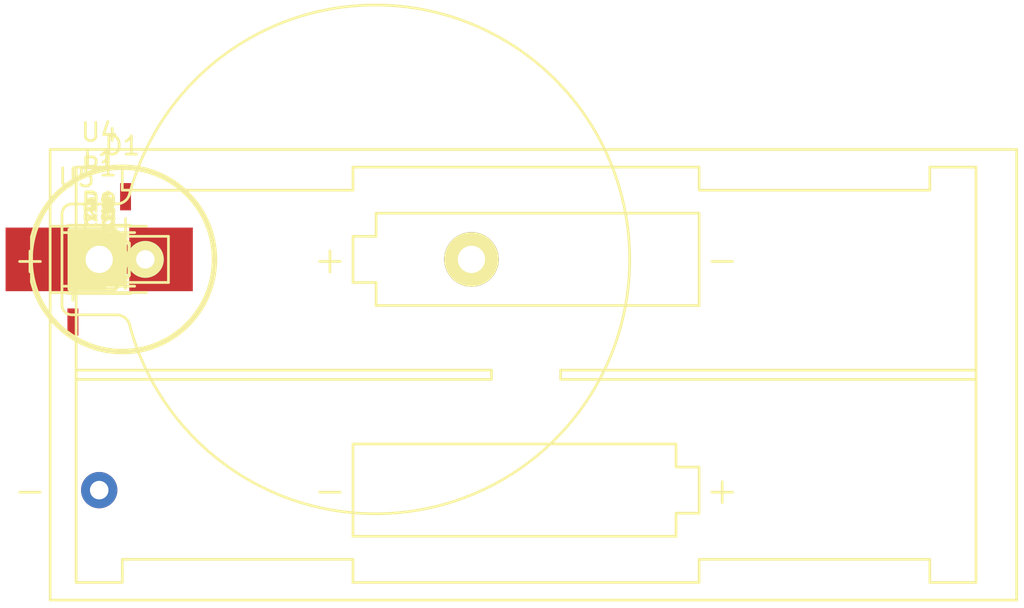
<source format=kicad_pcb>
(kicad_pcb (version 4) (host pcbnew 4.0.4-stable)

  (general
    (links 21)
    (no_connects 8)
    (area 0 0 0 0)
    (thickness 1.6)
    (drawings 0)
    (tracks 0)
    (zones 0)
    (modules 17)
    (nets 14)
  )

  (page A4)
  (layers
    (0 F.Cu signal)
    (31 B.Cu signal)
    (32 B.Adhes user)
    (33 F.Adhes user)
    (34 B.Paste user)
    (35 F.Paste user)
    (36 B.SilkS user)
    (37 F.SilkS user)
    (38 B.Mask user)
    (39 F.Mask user)
    (40 Dwgs.User user)
    (41 Cmts.User user)
    (42 Eco1.User user)
    (43 Eco2.User user)
    (44 Edge.Cuts user)
    (45 Margin user)
    (46 B.CrtYd user)
    (47 F.CrtYd user)
    (48 B.Fab user)
    (49 F.Fab user)
  )

  (setup
    (last_trace_width 0.25)
    (trace_clearance 0.2)
    (zone_clearance 0.508)
    (zone_45_only no)
    (trace_min 0.2)
    (segment_width 0.2)
    (edge_width 0.15)
    (via_size 0.6)
    (via_drill 0.4)
    (via_min_size 0.4)
    (via_min_drill 0.3)
    (uvia_size 0.3)
    (uvia_drill 0.1)
    (uvias_allowed no)
    (uvia_min_size 0.2)
    (uvia_min_drill 0.1)
    (pcb_text_width 0.3)
    (pcb_text_size 1.5 1.5)
    (mod_edge_width 0.15)
    (mod_text_size 1 1)
    (mod_text_width 0.15)
    (pad_size 1.524 1.524)
    (pad_drill 0.762)
    (pad_to_mask_clearance 0.2)
    (aux_axis_origin 0 0)
    (visible_elements FFFFFF7F)
    (pcbplotparams
      (layerselection 0x00030_80000001)
      (usegerberextensions false)
      (excludeedgelayer true)
      (linewidth 0.100000)
      (plotframeref false)
      (viasonmask false)
      (mode 1)
      (useauxorigin false)
      (hpglpennumber 1)
      (hpglpenspeed 20)
      (hpglpendiameter 15)
      (hpglpenoverlay 2)
      (psnegative false)
      (psa4output false)
      (plotreference true)
      (plotvalue true)
      (plotinvisibletext false)
      (padsonsilk false)
      (subtractmaskfromsilk false)
      (outputformat 1)
      (mirror false)
      (drillshape 1)
      (scaleselection 1)
      (outputdirectory ""))
  )

  (net 0 "")
  (net 1 +5V)
  (net 2 GND)
  (net 3 VCC)
  (net 4 +3V3)
  (net 5 "Net-(C9-Pad2)")
  (net 6 "Net-(D1-Pad1)")
  (net 7 "Net-(P1-Pad1)")
  (net 8 "Net-(R2-Pad2)")
  (net 9 /KTIR)
  (net 10 "Net-(U4-Pad1)")
  (net 11 "Net-(U4-Pad2)")
  (net 12 "Net-(U5-Pad2)")
  (net 13 "Net-(U5-Pad1)")

  (net_class Default "To jest domyślna klasa połączeń."
    (clearance 0.2)
    (trace_width 0.25)
    (via_dia 0.6)
    (via_drill 0.4)
    (uvia_dia 0.3)
    (uvia_drill 0.1)
    (add_net +3V3)
    (add_net +5V)
    (add_net /KTIR)
    (add_net GND)
    (add_net "Net-(C9-Pad2)")
    (add_net "Net-(D1-Pad1)")
    (add_net "Net-(P1-Pad1)")
    (add_net "Net-(R2-Pad2)")
    (add_net "Net-(U4-Pad1)")
    (add_net "Net-(U4-Pad2)")
    (add_net "Net-(U5-Pad1)")
    (add_net "Net-(U5-Pad2)")
    (add_net VCC)
  )

  (module Capacitors_SMD:c_elec_3x5.3 (layer F.Cu) (tedit 556FDD5F) (tstamp 58124731)
    (at 148.5011 105.0036)
    (descr "SMT capacitor, aluminium electrolytic, 3x5.3")
    (path /581255B6)
    (attr smd)
    (fp_text reference C1 (at 0 -2.794) (layer F.SilkS)
      (effects (font (size 1 1) (thickness 0.15)))
    )
    (fp_text value 100uF (at 0 2.794) (layer F.Fab)
      (effects (font (size 1 1) (thickness 0.15)))
    )
    (fp_line (start -2.8 2.05) (end 2.8 2.05) (layer F.CrtYd) (width 0.05))
    (fp_line (start 2.8 2.05) (end 2.8 -2.05) (layer F.CrtYd) (width 0.05))
    (fp_line (start 2.8 -2.05) (end -2.8 -2.05) (layer F.CrtYd) (width 0.05))
    (fp_line (start -2.8 -2.05) (end -2.8 2.05) (layer F.CrtYd) (width 0.05))
    (fp_line (start -1.651 -1.651) (end -1.651 1.651) (layer F.SilkS) (width 0.15))
    (fp_line (start -1.651 1.651) (end 0.889 1.651) (layer F.SilkS) (width 0.15))
    (fp_line (start 0.889 1.651) (end 1.651 0.889) (layer F.SilkS) (width 0.15))
    (fp_line (start 1.651 0.889) (end 1.651 -0.889) (layer F.SilkS) (width 0.15))
    (fp_line (start 1.651 -0.889) (end 0.889 -1.651) (layer F.SilkS) (width 0.15))
    (fp_line (start 0.889 -1.651) (end -1.651 -1.651) (layer F.SilkS) (width 0.15))
    (fp_line (start -1.397 -0.508) (end -1.397 0.508) (layer F.SilkS) (width 0.15))
    (fp_line (start -1.27 -0.762) (end -1.27 0.762) (layer F.SilkS) (width 0.15))
    (fp_line (start -1.143 -1.016) (end -1.143 1.016) (layer F.SilkS) (width 0.15))
    (fp_line (start -1.016 -1.143) (end -1.016 1.143) (layer F.SilkS) (width 0.15))
    (fp_line (start 1.143 0) (end 0.381 0) (layer F.SilkS) (width 0.15))
    (fp_line (start 0.762 -0.381) (end 0.762 0.381) (layer F.SilkS) (width 0.15))
    (fp_circle (center 0 0) (end 1.524 0) (layer F.SilkS) (width 0.15))
    (pad 1 smd rect (at 1.50114 0) (size 2.19964 1.6002) (layers F.Cu F.Paste F.Mask)
      (net 1 +5V))
    (pad 2 smd rect (at -1.50114 0) (size 2.19964 1.6002) (layers F.Cu F.Paste F.Mask)
      (net 2 GND))
    (model Capacitors_SMD.3dshapes/c_elec_3x5.3.wrl
      (at (xyz 0 0 0))
      (scale (xyz 1 1 1))
      (rotate (xyz 0 0 0))
    )
  )

  (module Capacitors_SMD:c_elec_3x5.3 (layer F.Cu) (tedit 556FDD5F) (tstamp 58124737)
    (at 148.5011 105.0036)
    (descr "SMT capacitor, aluminium electrolytic, 3x5.3")
    (path /58124855)
    (attr smd)
    (fp_text reference C2 (at 0 -2.794) (layer F.SilkS)
      (effects (font (size 1 1) (thickness 0.15)))
    )
    (fp_text value CP (at 0 2.794) (layer F.Fab)
      (effects (font (size 1 1) (thickness 0.15)))
    )
    (fp_line (start -2.8 2.05) (end 2.8 2.05) (layer F.CrtYd) (width 0.05))
    (fp_line (start 2.8 2.05) (end 2.8 -2.05) (layer F.CrtYd) (width 0.05))
    (fp_line (start 2.8 -2.05) (end -2.8 -2.05) (layer F.CrtYd) (width 0.05))
    (fp_line (start -2.8 -2.05) (end -2.8 2.05) (layer F.CrtYd) (width 0.05))
    (fp_line (start -1.651 -1.651) (end -1.651 1.651) (layer F.SilkS) (width 0.15))
    (fp_line (start -1.651 1.651) (end 0.889 1.651) (layer F.SilkS) (width 0.15))
    (fp_line (start 0.889 1.651) (end 1.651 0.889) (layer F.SilkS) (width 0.15))
    (fp_line (start 1.651 0.889) (end 1.651 -0.889) (layer F.SilkS) (width 0.15))
    (fp_line (start 1.651 -0.889) (end 0.889 -1.651) (layer F.SilkS) (width 0.15))
    (fp_line (start 0.889 -1.651) (end -1.651 -1.651) (layer F.SilkS) (width 0.15))
    (fp_line (start -1.397 -0.508) (end -1.397 0.508) (layer F.SilkS) (width 0.15))
    (fp_line (start -1.27 -0.762) (end -1.27 0.762) (layer F.SilkS) (width 0.15))
    (fp_line (start -1.143 -1.016) (end -1.143 1.016) (layer F.SilkS) (width 0.15))
    (fp_line (start -1.016 -1.143) (end -1.016 1.143) (layer F.SilkS) (width 0.15))
    (fp_line (start 1.143 0) (end 0.381 0) (layer F.SilkS) (width 0.15))
    (fp_line (start 0.762 -0.381) (end 0.762 0.381) (layer F.SilkS) (width 0.15))
    (fp_circle (center 0 0) (end 1.524 0) (layer F.SilkS) (width 0.15))
    (pad 1 smd rect (at 1.50114 0) (size 2.19964 1.6002) (layers F.Cu F.Paste F.Mask)
      (net 3 VCC))
    (pad 2 smd rect (at -1.50114 0) (size 2.19964 1.6002) (layers F.Cu F.Paste F.Mask)
      (net 2 GND))
    (model Capacitors_SMD.3dshapes/c_elec_3x5.3.wrl
      (at (xyz 0 0 0))
      (scale (xyz 1 1 1))
      (rotate (xyz 0 0 0))
    )
  )

  (module Capacitors_SMD:c_elec_3x5.3 (layer F.Cu) (tedit 556FDD5F) (tstamp 5812473D)
    (at 148.5011 105.0036)
    (descr "SMT capacitor, aluminium electrolytic, 3x5.3")
    (path /581255BC)
    (attr smd)
    (fp_text reference C3 (at 0 -2.794) (layer F.SilkS)
      (effects (font (size 1 1) (thickness 0.15)))
    )
    (fp_text value 100uF (at 0 2.794) (layer F.Fab)
      (effects (font (size 1 1) (thickness 0.15)))
    )
    (fp_line (start -2.8 2.05) (end 2.8 2.05) (layer F.CrtYd) (width 0.05))
    (fp_line (start 2.8 2.05) (end 2.8 -2.05) (layer F.CrtYd) (width 0.05))
    (fp_line (start 2.8 -2.05) (end -2.8 -2.05) (layer F.CrtYd) (width 0.05))
    (fp_line (start -2.8 -2.05) (end -2.8 2.05) (layer F.CrtYd) (width 0.05))
    (fp_line (start -1.651 -1.651) (end -1.651 1.651) (layer F.SilkS) (width 0.15))
    (fp_line (start -1.651 1.651) (end 0.889 1.651) (layer F.SilkS) (width 0.15))
    (fp_line (start 0.889 1.651) (end 1.651 0.889) (layer F.SilkS) (width 0.15))
    (fp_line (start 1.651 0.889) (end 1.651 -0.889) (layer F.SilkS) (width 0.15))
    (fp_line (start 1.651 -0.889) (end 0.889 -1.651) (layer F.SilkS) (width 0.15))
    (fp_line (start 0.889 -1.651) (end -1.651 -1.651) (layer F.SilkS) (width 0.15))
    (fp_line (start -1.397 -0.508) (end -1.397 0.508) (layer F.SilkS) (width 0.15))
    (fp_line (start -1.27 -0.762) (end -1.27 0.762) (layer F.SilkS) (width 0.15))
    (fp_line (start -1.143 -1.016) (end -1.143 1.016) (layer F.SilkS) (width 0.15))
    (fp_line (start -1.016 -1.143) (end -1.016 1.143) (layer F.SilkS) (width 0.15))
    (fp_line (start 1.143 0) (end 0.381 0) (layer F.SilkS) (width 0.15))
    (fp_line (start 0.762 -0.381) (end 0.762 0.381) (layer F.SilkS) (width 0.15))
    (fp_circle (center 0 0) (end 1.524 0) (layer F.SilkS) (width 0.15))
    (pad 1 smd rect (at 1.50114 0) (size 2.19964 1.6002) (layers F.Cu F.Paste F.Mask)
      (net 4 +3V3))
    (pad 2 smd rect (at -1.50114 0) (size 2.19964 1.6002) (layers F.Cu F.Paste F.Mask)
      (net 2 GND))
    (model Capacitors_SMD.3dshapes/c_elec_3x5.3.wrl
      (at (xyz 0 0 0))
      (scale (xyz 1 1 1))
      (rotate (xyz 0 0 0))
    )
  )

  (module Capacitors_SMD:c_elec_3x5.3 (layer F.Cu) (tedit 556FDD5F) (tstamp 58124743)
    (at 148.5011 105.0036)
    (descr "SMT capacitor, aluminium electrolytic, 3x5.3")
    (path /581248AA)
    (attr smd)
    (fp_text reference C4 (at 0 -2.794) (layer F.SilkS)
      (effects (font (size 1 1) (thickness 0.15)))
    )
    (fp_text value CP (at 0 2.794) (layer F.Fab)
      (effects (font (size 1 1) (thickness 0.15)))
    )
    (fp_line (start -2.8 2.05) (end 2.8 2.05) (layer F.CrtYd) (width 0.05))
    (fp_line (start 2.8 2.05) (end 2.8 -2.05) (layer F.CrtYd) (width 0.05))
    (fp_line (start 2.8 -2.05) (end -2.8 -2.05) (layer F.CrtYd) (width 0.05))
    (fp_line (start -2.8 -2.05) (end -2.8 2.05) (layer F.CrtYd) (width 0.05))
    (fp_line (start -1.651 -1.651) (end -1.651 1.651) (layer F.SilkS) (width 0.15))
    (fp_line (start -1.651 1.651) (end 0.889 1.651) (layer F.SilkS) (width 0.15))
    (fp_line (start 0.889 1.651) (end 1.651 0.889) (layer F.SilkS) (width 0.15))
    (fp_line (start 1.651 0.889) (end 1.651 -0.889) (layer F.SilkS) (width 0.15))
    (fp_line (start 1.651 -0.889) (end 0.889 -1.651) (layer F.SilkS) (width 0.15))
    (fp_line (start 0.889 -1.651) (end -1.651 -1.651) (layer F.SilkS) (width 0.15))
    (fp_line (start -1.397 -0.508) (end -1.397 0.508) (layer F.SilkS) (width 0.15))
    (fp_line (start -1.27 -0.762) (end -1.27 0.762) (layer F.SilkS) (width 0.15))
    (fp_line (start -1.143 -1.016) (end -1.143 1.016) (layer F.SilkS) (width 0.15))
    (fp_line (start -1.016 -1.143) (end -1.016 1.143) (layer F.SilkS) (width 0.15))
    (fp_line (start 1.143 0) (end 0.381 0) (layer F.SilkS) (width 0.15))
    (fp_line (start 0.762 -0.381) (end 0.762 0.381) (layer F.SilkS) (width 0.15))
    (fp_circle (center 0 0) (end 1.524 0) (layer F.SilkS) (width 0.15))
    (pad 1 smd rect (at 1.50114 0) (size 2.19964 1.6002) (layers F.Cu F.Paste F.Mask)
      (net 1 +5V))
    (pad 2 smd rect (at -1.50114 0) (size 2.19964 1.6002) (layers F.Cu F.Paste F.Mask)
      (net 2 GND))
    (model Capacitors_SMD.3dshapes/c_elec_3x5.3.wrl
      (at (xyz 0 0 0))
      (scale (xyz 1 1 1))
      (rotate (xyz 0 0 0))
    )
  )

  (module Capacitors_SMD:c_elec_3x5.3 (layer F.Cu) (tedit 556FDD5F) (tstamp 58124749)
    (at 148.5011 105.0036)
    (descr "SMT capacitor, aluminium electrolytic, 3x5.3")
    (path /5812C1D6)
    (attr smd)
    (fp_text reference C5 (at 0 -2.794) (layer F.SilkS)
      (effects (font (size 1 1) (thickness 0.15)))
    )
    (fp_text value CP (at 0 2.794) (layer F.Fab)
      (effects (font (size 1 1) (thickness 0.15)))
    )
    (fp_line (start -2.8 2.05) (end 2.8 2.05) (layer F.CrtYd) (width 0.05))
    (fp_line (start 2.8 2.05) (end 2.8 -2.05) (layer F.CrtYd) (width 0.05))
    (fp_line (start 2.8 -2.05) (end -2.8 -2.05) (layer F.CrtYd) (width 0.05))
    (fp_line (start -2.8 -2.05) (end -2.8 2.05) (layer F.CrtYd) (width 0.05))
    (fp_line (start -1.651 -1.651) (end -1.651 1.651) (layer F.SilkS) (width 0.15))
    (fp_line (start -1.651 1.651) (end 0.889 1.651) (layer F.SilkS) (width 0.15))
    (fp_line (start 0.889 1.651) (end 1.651 0.889) (layer F.SilkS) (width 0.15))
    (fp_line (start 1.651 0.889) (end 1.651 -0.889) (layer F.SilkS) (width 0.15))
    (fp_line (start 1.651 -0.889) (end 0.889 -1.651) (layer F.SilkS) (width 0.15))
    (fp_line (start 0.889 -1.651) (end -1.651 -1.651) (layer F.SilkS) (width 0.15))
    (fp_line (start -1.397 -0.508) (end -1.397 0.508) (layer F.SilkS) (width 0.15))
    (fp_line (start -1.27 -0.762) (end -1.27 0.762) (layer F.SilkS) (width 0.15))
    (fp_line (start -1.143 -1.016) (end -1.143 1.016) (layer F.SilkS) (width 0.15))
    (fp_line (start -1.016 -1.143) (end -1.016 1.143) (layer F.SilkS) (width 0.15))
    (fp_line (start 1.143 0) (end 0.381 0) (layer F.SilkS) (width 0.15))
    (fp_line (start 0.762 -0.381) (end 0.762 0.381) (layer F.SilkS) (width 0.15))
    (fp_circle (center 0 0) (end 1.524 0) (layer F.SilkS) (width 0.15))
    (pad 1 smd rect (at 1.50114 0) (size 2.19964 1.6002) (layers F.Cu F.Paste F.Mask)
      (net 4 +3V3))
    (pad 2 smd rect (at -1.50114 0) (size 2.19964 1.6002) (layers F.Cu F.Paste F.Mask)
      (net 2 GND))
    (model Capacitors_SMD.3dshapes/c_elec_3x5.3.wrl
      (at (xyz 0 0 0))
      (scale (xyz 1 1 1))
      (rotate (xyz 0 0 0))
    )
  )

  (module Capacitors_SMD:C_0201 (layer F.Cu) (tedit 5415D524) (tstamp 5812474F)
    (at 148.5011 105.0036)
    (descr "Capacitor SMD 0201, reflow soldering, AVX (see smccp.pdf)")
    (tags "capacitor 0201")
    (path /5812C0C3)
    (attr smd)
    (fp_text reference C6 (at 0 -1.7) (layer F.SilkS)
      (effects (font (size 1 1) (thickness 0.15)))
    )
    (fp_text value C (at 0 1.7) (layer F.Fab)
      (effects (font (size 1 1) (thickness 0.15)))
    )
    (fp_line (start -0.7 -0.55) (end 0.7 -0.55) (layer F.CrtYd) (width 0.05))
    (fp_line (start -0.7 0.55) (end 0.7 0.55) (layer F.CrtYd) (width 0.05))
    (fp_line (start -0.7 -0.55) (end -0.7 0.55) (layer F.CrtYd) (width 0.05))
    (fp_line (start 0.7 -0.55) (end 0.7 0.55) (layer F.CrtYd) (width 0.05))
    (fp_line (start 0.125 0.4) (end -0.125 0.4) (layer F.SilkS) (width 0.15))
    (fp_line (start -0.125 -0.4) (end 0.125 -0.4) (layer F.SilkS) (width 0.15))
    (pad 1 smd rect (at -0.275 0) (size 0.3 0.35) (layers F.Cu F.Paste F.Mask)
      (net 2 GND))
    (pad 2 smd rect (at 0.275 0) (size 0.3 0.35) (layers F.Cu F.Paste F.Mask)
      (net 4 +3V3))
    (model Capacitors_SMD.3dshapes/C_0201.wrl
      (at (xyz 0 0 0))
      (scale (xyz 1 1 1))
      (rotate (xyz 0 0 0))
    )
  )

  (module Capacitors_SMD:C_0201 (layer F.Cu) (tedit 5415D524) (tstamp 58124755)
    (at 148.5011 105.0036)
    (descr "Capacitor SMD 0201, reflow soldering, AVX (see smccp.pdf)")
    (tags "capacitor 0201")
    (path /5812C12D)
    (attr smd)
    (fp_text reference C7 (at 0 -1.7) (layer F.SilkS)
      (effects (font (size 1 1) (thickness 0.15)))
    )
    (fp_text value C (at 0 1.7) (layer F.Fab)
      (effects (font (size 1 1) (thickness 0.15)))
    )
    (fp_line (start -0.7 -0.55) (end 0.7 -0.55) (layer F.CrtYd) (width 0.05))
    (fp_line (start -0.7 0.55) (end 0.7 0.55) (layer F.CrtYd) (width 0.05))
    (fp_line (start -0.7 -0.55) (end -0.7 0.55) (layer F.CrtYd) (width 0.05))
    (fp_line (start 0.7 -0.55) (end 0.7 0.55) (layer F.CrtYd) (width 0.05))
    (fp_line (start 0.125 0.4) (end -0.125 0.4) (layer F.SilkS) (width 0.15))
    (fp_line (start -0.125 -0.4) (end 0.125 -0.4) (layer F.SilkS) (width 0.15))
    (pad 1 smd rect (at -0.275 0) (size 0.3 0.35) (layers F.Cu F.Paste F.Mask)
      (net 2 GND))
    (pad 2 smd rect (at 0.275 0) (size 0.3 0.35) (layers F.Cu F.Paste F.Mask)
      (net 4 +3V3))
    (model Capacitors_SMD.3dshapes/C_0201.wrl
      (at (xyz 0 0 0))
      (scale (xyz 1 1 1))
      (rotate (xyz 0 0 0))
    )
  )

  (module Capacitors_SMD:C_0201 (layer F.Cu) (tedit 5415D524) (tstamp 5812475B)
    (at 148.5011 105.0036)
    (descr "Capacitor SMD 0201, reflow soldering, AVX (see smccp.pdf)")
    (tags "capacitor 0201")
    (path /5812C198)
    (attr smd)
    (fp_text reference C8 (at 0 -1.7) (layer F.SilkS)
      (effects (font (size 1 1) (thickness 0.15)))
    )
    (fp_text value C (at 0 1.7) (layer F.Fab)
      (effects (font (size 1 1) (thickness 0.15)))
    )
    (fp_line (start -0.7 -0.55) (end 0.7 -0.55) (layer F.CrtYd) (width 0.05))
    (fp_line (start -0.7 0.55) (end 0.7 0.55) (layer F.CrtYd) (width 0.05))
    (fp_line (start -0.7 -0.55) (end -0.7 0.55) (layer F.CrtYd) (width 0.05))
    (fp_line (start 0.7 -0.55) (end 0.7 0.55) (layer F.CrtYd) (width 0.05))
    (fp_line (start 0.125 0.4) (end -0.125 0.4) (layer F.SilkS) (width 0.15))
    (fp_line (start -0.125 -0.4) (end 0.125 -0.4) (layer F.SilkS) (width 0.15))
    (pad 1 smd rect (at -0.275 0) (size 0.3 0.35) (layers F.Cu F.Paste F.Mask)
      (net 2 GND))
    (pad 2 smd rect (at 0.275 0) (size 0.3 0.35) (layers F.Cu F.Paste F.Mask)
      (net 4 +3V3))
    (model Capacitors_SMD.3dshapes/C_0201.wrl
      (at (xyz 0 0 0))
      (scale (xyz 1 1 1))
      (rotate (xyz 0 0 0))
    )
  )

  (module Capacitors_SMD:C_1206 (layer F.Cu) (tedit 5415D7BD) (tstamp 58124761)
    (at 148.5011 105.0036)
    (descr "Capacitor SMD 1206, reflow soldering, AVX (see smccp.pdf)")
    (tags "capacitor 1206")
    (path /5812BD50)
    (attr smd)
    (fp_text reference C9 (at 0 -2.3) (layer F.SilkS)
      (effects (font (size 1 1) (thickness 0.15)))
    )
    (fp_text value C (at 0 2.3) (layer F.Fab)
      (effects (font (size 1 1) (thickness 0.15)))
    )
    (fp_line (start -2.3 -1.15) (end 2.3 -1.15) (layer F.CrtYd) (width 0.05))
    (fp_line (start -2.3 1.15) (end 2.3 1.15) (layer F.CrtYd) (width 0.05))
    (fp_line (start -2.3 -1.15) (end -2.3 1.15) (layer F.CrtYd) (width 0.05))
    (fp_line (start 2.3 -1.15) (end 2.3 1.15) (layer F.CrtYd) (width 0.05))
    (fp_line (start 1 -1.025) (end -1 -1.025) (layer F.SilkS) (width 0.15))
    (fp_line (start -1 1.025) (end 1 1.025) (layer F.SilkS) (width 0.15))
    (pad 1 smd rect (at -1.5 0) (size 1 1.6) (layers F.Cu F.Paste F.Mask)
      (net 2 GND))
    (pad 2 smd rect (at 1.5 0) (size 1 1.6) (layers F.Cu F.Paste F.Mask)
      (net 5 "Net-(C9-Pad2)"))
    (model Capacitors_SMD.3dshapes/C_1206.wrl
      (at (xyz 0 0 0))
      (scale (xyz 1 1 1))
      (rotate (xyz 0 0 0))
    )
  )

  (module LEDs:LED-10MM (layer F.Cu) (tedit 55BDE3C5) (tstamp 58124767)
    (at 148.5011 105.0036)
    (descr "LED 10mm - Lead pitch 100mil (2,54mm)")
    (tags "LED led 10mm 10MM 100mil 2.54mm")
    (path /58123F99)
    (fp_text reference D1 (at 1.27 -6.25) (layer F.SilkS)
      (effects (font (size 1 1) (thickness 0.15)))
    )
    (fp_text value LED (at 1.5 6.1) (layer F.Fab)
      (effects (font (size 1 1) (thickness 0.15)))
    )
    (fp_line (start -4 -1.25) (end -4 1.25) (layer F.CrtYd) (width 0.05))
    (fp_arc (start 1.25 0) (end -4 -1.25) (angle 332.9) (layer F.CrtYd) (width 0.05))
    (fp_line (start -3.73 -1.23) (end -3.73 1.23) (layer F.SilkS) (width 0.15))
    (fp_arc (start 1.27 0) (end -3.73 -1.23) (angle 332.2) (layer F.SilkS) (width 0.15))
    (fp_circle (center 1.27 0) (end 1.27 5) (layer F.SilkS) (width 0.15))
    (pad 2 thru_hole circle (at 2.54 0 180) (size 1.8 1.8) (drill 0.8) (layers *.Cu *.Mask F.SilkS)
      (net 3 VCC))
    (pad 1 thru_hole rect (at 0 0 180) (size 1.8 1.8) (drill 0.8) (layers *.Cu *.Mask F.SilkS)
      (net 6 "Net-(D1-Pad1)"))
    (model LEDs.3dshapes/LED-10MM.wrl
      (at (xyz 0 0 0))
      (scale (xyz 1 1 1))
      (rotate (xyz 0 0 0))
    )
  )

  (module Air_Coils_SML_NEOSID:Neosid_Air-Coil_SML_2turn_HDM0231A (layer F.Cu) (tedit 56CA2FD6) (tstamp 5812476D)
    (at 148.5011 105.0036)
    (descr "Neosid, Air-Coil, SML, 2turn, HDM0231A,")
    (tags "Neosid Air-Coil SML 2turn HDM0231A")
    (path /5812BC60)
    (attr smd)
    (fp_text reference L1 (at 0 -5.5) (layer F.SilkS)
      (effects (font (size 1 1) (thickness 0.15)))
    )
    (fp_text value L_Small (at 0 5.5) (layer F.Fab)
      (effects (font (size 1 1) (thickness 0.15)))
    )
    (fp_line (start -2 4.45) (end -0.9 4.45) (layer F.CrtYd) (width 0.05))
    (fp_line (start -0.9 4.45) (end -0.9 2.1) (layer F.CrtYd) (width 0.05))
    (fp_line (start -0.9 2.1) (end 2 2.1) (layer F.CrtYd) (width 0.05))
    (fp_line (start 2 2.1) (end 2 -4.45) (layer F.CrtYd) (width 0.05))
    (fp_line (start 2 -4.45) (end 0.9 -4.45) (layer F.CrtYd) (width 0.05))
    (fp_line (start 0.9 -4.45) (end 0.9 -2.1) (layer F.CrtYd) (width 0.05))
    (fp_line (start 0.9 -2.1) (end -2 -2.1) (layer F.CrtYd) (width 0.05))
    (fp_line (start -2 -2.1) (end -2 4.45) (layer F.CrtYd) (width 0.05))
    (fp_line (start 0 -1.6) (end 1.45 1.6) (layer F.SilkS) (width 0.15))
    (fp_line (start -1.45 -1.6) (end 0 1.6) (layer F.SilkS) (width 0.15))
    (fp_line (start 0 -1.6) (end 0 1.6) (layer F.SilkS) (width 0.15))
    (fp_line (start -1.45 -1.6) (end -1.45 2.25) (layer F.SilkS) (width 0.15))
    (fp_line (start 1.45 1.6) (end 1.45 -2.25) (layer F.SilkS) (width 0.15))
    (pad 1 smd rect (at -1.45 3.45) (size 0.6 1.5) (layers F.Cu F.Paste F.Mask)
      (net 4 +3V3))
    (pad 2 smd rect (at 1.45 -3.45) (size 0.6 1.5) (layers F.Cu F.Paste F.Mask)
      (net 5 "Net-(C9-Pad2)"))
  )

  (module Socket_Strips:Socket_Strip_Straight_1x02 (layer F.Cu) (tedit 54E9F75E) (tstamp 58124773)
    (at 148.5011 105.0036)
    (descr "Through hole socket strip")
    (tags "socket strip")
    (path /5812394A)
    (fp_text reference P1 (at 0 -5.1) (layer F.SilkS)
      (effects (font (size 1 1) (thickness 0.15)))
    )
    (fp_text value CONN_01X02 (at 0 -3.1) (layer F.Fab)
      (effects (font (size 1 1) (thickness 0.15)))
    )
    (fp_line (start -1.55 1.55) (end 0 1.55) (layer F.SilkS) (width 0.15))
    (fp_line (start 3.81 1.27) (end 1.27 1.27) (layer F.SilkS) (width 0.15))
    (fp_line (start -1.75 -1.75) (end -1.75 1.75) (layer F.CrtYd) (width 0.05))
    (fp_line (start 4.3 -1.75) (end 4.3 1.75) (layer F.CrtYd) (width 0.05))
    (fp_line (start -1.75 -1.75) (end 4.3 -1.75) (layer F.CrtYd) (width 0.05))
    (fp_line (start -1.75 1.75) (end 4.3 1.75) (layer F.CrtYd) (width 0.05))
    (fp_line (start 1.27 1.27) (end 1.27 -1.27) (layer F.SilkS) (width 0.15))
    (fp_line (start 0 -1.55) (end -1.55 -1.55) (layer F.SilkS) (width 0.15))
    (fp_line (start -1.55 -1.55) (end -1.55 1.55) (layer F.SilkS) (width 0.15))
    (fp_line (start 1.27 -1.27) (end 3.81 -1.27) (layer F.SilkS) (width 0.15))
    (fp_line (start 3.81 -1.27) (end 3.81 1.27) (layer F.SilkS) (width 0.15))
    (pad 1 thru_hole rect (at 0 0) (size 2.032 2.032) (drill 1.016) (layers *.Cu *.Mask F.SilkS)
      (net 7 "Net-(P1-Pad1)"))
    (pad 2 thru_hole oval (at 2.54 0) (size 2.032 2.032) (drill 1.016) (layers *.Cu *.Mask F.SilkS)
      (net 2 GND))
    (model Socket_Strips.3dshapes/Socket_Strip_Straight_1x02.wrl
      (at (xyz 0.05 0 0))
      (scale (xyz 1 1 1))
      (rotate (xyz 0 0 180))
    )
  )

  (module Resistors_SMD:R_1812_HandSoldering (layer F.Cu) (tedit 5572A996) (tstamp 58124779)
    (at 148.5011 105.0036)
    (descr "Resistor SMD 1812, hand soldering, Panasonic (see ERJ12)")
    (tags "resistor 1812")
    (path /58123F18)
    (attr smd)
    (fp_text reference R1 (at 0 -3.175) (layer F.SilkS)
      (effects (font (size 1 1) (thickness 0.15)))
    )
    (fp_text value R (at 0 3.175) (layer F.Fab)
      (effects (font (size 1 1) (thickness 0.15)))
    )
    (fp_line (start -5.4356 -2.2352) (end 5.4356 -2.2352) (layer F.CrtYd) (width 0.05))
    (fp_line (start 5.4356 -2.2352) (end 5.4356 2.2352) (layer F.CrtYd) (width 0.05))
    (fp_line (start 5.4356 2.2352) (end -5.4356 2.2352) (layer F.CrtYd) (width 0.05))
    (fp_line (start -5.4356 2.2352) (end -5.4356 -2.2352) (layer F.CrtYd) (width 0.05))
    (fp_line (start -1.7272 1.8796) (end 1.7272 1.8796) (layer F.SilkS) (width 0.15))
    (fp_line (start -1.7272 -1.8796) (end 1.7272 -1.8796) (layer F.SilkS) (width 0.15))
    (pad 1 smd rect (at -3.4036 0) (size 3.5 3.5) (layers F.Cu F.Paste F.Mask)
      (net 2 GND))
    (pad 2 smd rect (at 3.4036 0) (size 3.5 3.5) (layers F.Cu F.Paste F.Mask)
      (net 6 "Net-(D1-Pad1)"))
  )

  (module Resistors_SMD:R_2512 (layer F.Cu) (tedit 5415D3E2) (tstamp 5812477F)
    (at 148.5011 105.0036)
    (descr "Resistor SMD 2512, reflow soldering, Vishay (see dcrcw.pdf)")
    (tags "resistor 2512")
    (path /58126FE0)
    (attr smd)
    (fp_text reference R2 (at 0 -3.1) (layer F.SilkS)
      (effects (font (size 1 1) (thickness 0.15)))
    )
    (fp_text value R (at 0 3.1) (layer F.Fab)
      (effects (font (size 1 1) (thickness 0.15)))
    )
    (fp_line (start -3.9 -1.95) (end 3.9 -1.95) (layer F.CrtYd) (width 0.05))
    (fp_line (start -3.9 1.95) (end 3.9 1.95) (layer F.CrtYd) (width 0.05))
    (fp_line (start -3.9 -1.95) (end -3.9 1.95) (layer F.CrtYd) (width 0.05))
    (fp_line (start 3.9 -1.95) (end 3.9 1.95) (layer F.CrtYd) (width 0.05))
    (fp_line (start 2.6 1.825) (end -2.6 1.825) (layer F.SilkS) (width 0.15))
    (fp_line (start -2.6 -1.825) (end 2.6 -1.825) (layer F.SilkS) (width 0.15))
    (pad 1 smd rect (at -3.1 0) (size 1 3.2) (layers F.Cu F.Paste F.Mask)
      (net 4 +3V3))
    (pad 2 smd rect (at 3.1 0) (size 1 3.2) (layers F.Cu F.Paste F.Mask)
      (net 8 "Net-(R2-Pad2)"))
    (model Resistors_SMD.3dshapes/R_2512.wrl
      (at (xyz 0 0 0))
      (scale (xyz 1 1 1))
      (rotate (xyz 0 0 0))
    )
  )

  (module Resistors_SMD:R_2010 (layer F.Cu) (tedit 5415D342) (tstamp 58124785)
    (at 148.5011 105.0036)
    (descr "Resistor SMD 2010, reflow soldering, Vishay (see dcrcw.pdf)")
    (tags "resistor 2010")
    (path /58127053)
    (attr smd)
    (fp_text reference R3 (at 0 -2.7) (layer F.SilkS)
      (effects (font (size 1 1) (thickness 0.15)))
    )
    (fp_text value R (at 0 2.7) (layer F.Fab)
      (effects (font (size 1 1) (thickness 0.15)))
    )
    (fp_line (start -3.25 -1.6) (end 3.25 -1.6) (layer F.CrtYd) (width 0.05))
    (fp_line (start -3.25 1.6) (end 3.25 1.6) (layer F.CrtYd) (width 0.05))
    (fp_line (start -3.25 -1.6) (end -3.25 1.6) (layer F.CrtYd) (width 0.05))
    (fp_line (start 3.25 -1.6) (end 3.25 1.6) (layer F.CrtYd) (width 0.05))
    (fp_line (start 1.95 1.475) (end -1.95 1.475) (layer F.SilkS) (width 0.15))
    (fp_line (start -1.95 -1.475) (end 1.95 -1.475) (layer F.SilkS) (width 0.15))
    (pad 1 smd rect (at -2.45 0) (size 1 2.5) (layers F.Cu F.Paste F.Mask)
      (net 9 /KTIR))
    (pad 2 smd rect (at 2.45 0) (size 1 2.5) (layers F.Cu F.Paste F.Mask)
      (net 4 +3V3))
    (model Resistors_SMD.3dshapes/R_2010.wrl
      (at (xyz 0 0 0))
      (scale (xyz 1 1 1))
      (rotate (xyz 0 0 0))
    )
  )

  (module Battery_Holders:Keystone_2468_2xAAA (layer F.Cu) (tedit 57A87332) (tstamp 5812478D)
    (at 148.5011 105.0036)
    (descr "2xAAA cell battery holder, Keystone P/N 2468")
    (tags "AAA battery cell holder")
    (path /5812B088)
    (fp_text reference U4 (at 0 -7 180) (layer F.SilkS)
      (effects (font (size 1 1) (thickness 0.15)))
    )
    (fp_text value SHARP_40CM (at 24.95 7.8) (layer F.Fab)
      (effects (font (size 1 1) (thickness 0.15)))
    )
    (fp_text user - (at 34.29 0) (layer F.SilkS)
      (effects (font (size 1.5 1.5) (thickness 0.15)))
    )
    (fp_text user + (at 12.7 0) (layer F.SilkS)
      (effects (font (size 1.5 1.5) (thickness 0.15)))
    )
    (fp_line (start 50.9 19.15) (end 50.9 -6.45) (layer F.CrtYd) (width 0.05))
    (fp_line (start -3.1 19.15) (end 50.9 19.15) (layer F.CrtYd) (width 0.05))
    (fp_line (start -3.1 -6.45) (end -3.1 19.15) (layer F.CrtYd) (width 0.05))
    (fp_line (start 50.9 -6.45) (end -3.1 -6.45) (layer F.CrtYd) (width 0.05))
    (fp_line (start 50.5 18.75) (end 50.5 -6.05) (layer F.SilkS) (width 0.15))
    (fp_line (start -2.7 18.75) (end 50.5 18.75) (layer F.SilkS) (width 0.15))
    (fp_line (start -2.7 -6.05) (end -2.7 18.75) (layer F.SilkS) (width 0.15))
    (fp_line (start 50.5 -6.05) (end -2.7 -6.05) (layer F.SilkS) (width 0.15))
    (fp_line (start 13.97 15.24) (end 13.97 10.16) (layer F.SilkS) (width 0.15))
    (fp_line (start 13.97 10.16) (end 31.75 10.16) (layer F.SilkS) (width 0.15))
    (fp_line (start 31.75 10.16) (end 31.75 11.43) (layer F.SilkS) (width 0.15))
    (fp_line (start 31.75 11.43) (end 33.02 11.43) (layer F.SilkS) (width 0.15))
    (fp_line (start 33.02 11.43) (end 33.02 13.97) (layer F.SilkS) (width 0.15))
    (fp_line (start 33.02 13.97) (end 31.75 13.97) (layer F.SilkS) (width 0.15))
    (fp_line (start 31.75 13.97) (end 31.75 15.24) (layer F.SilkS) (width 0.15))
    (fp_line (start 31.75 15.24) (end 13.97 15.24) (layer F.SilkS) (width 0.15))
    (fp_line (start 33.02 -1.27) (end 33.02 2.54) (layer F.SilkS) (width 0.15))
    (fp_line (start 33.02 2.54) (end 15.24 2.54) (layer F.SilkS) (width 0.15))
    (fp_line (start 15.24 2.54) (end 15.24 1.27) (layer F.SilkS) (width 0.15))
    (fp_line (start 15.24 1.27) (end 13.97 1.27) (layer F.SilkS) (width 0.15))
    (fp_line (start 13.97 1.27) (end 13.97 -1.27) (layer F.SilkS) (width 0.15))
    (fp_line (start 13.97 -1.27) (end 15.24 -1.27) (layer F.SilkS) (width 0.15))
    (fp_line (start 15.24 -1.27) (end 15.24 -2.54) (layer F.SilkS) (width 0.15))
    (fp_line (start 15.24 -2.54) (end 33.02 -2.54) (layer F.SilkS) (width 0.15))
    (fp_line (start 33.02 -2.54) (end 33.02 -1.27) (layer F.SilkS) (width 0.15))
    (fp_line (start -1.27 6.096) (end 21.59 6.096) (layer F.SilkS) (width 0.15))
    (fp_line (start 21.59 6.096) (end 21.59 6.604) (layer F.SilkS) (width 0.15))
    (fp_line (start 21.59 6.604) (end -1.27 6.604) (layer F.SilkS) (width 0.15))
    (fp_line (start 48.26 6.096) (end 25.4 6.096) (layer F.SilkS) (width 0.15))
    (fp_line (start 25.4 6.096) (end 25.4 6.604) (layer F.SilkS) (width 0.15))
    (fp_line (start 25.4 6.604) (end 48.26 6.604) (layer F.SilkS) (width 0.15))
    (fp_line (start 13.97 16.51) (end 13.97 17.78) (layer F.SilkS) (width 0.15))
    (fp_line (start 13.97 17.78) (end 33.02 17.78) (layer F.SilkS) (width 0.15))
    (fp_line (start 33.02 17.78) (end 33.02 16.51) (layer F.SilkS) (width 0.15))
    (fp_line (start 45.72 -3.81) (end 33.02 -3.81) (layer F.SilkS) (width 0.15))
    (fp_line (start 33.02 -3.81) (end 33.02 -5.08) (layer F.SilkS) (width 0.15))
    (fp_line (start 33.02 -5.08) (end 13.97 -5.08) (layer F.SilkS) (width 0.15))
    (fp_line (start 13.97 -5.08) (end 13.97 -3.81) (layer F.SilkS) (width 0.15))
    (fp_line (start 45.72 16.51) (end 33.02 16.51) (layer F.SilkS) (width 0.15))
    (fp_line (start 1.27 -3.81) (end 13.97 -3.81) (layer F.SilkS) (width 0.15))
    (fp_line (start 1.27 -3.81) (end 1.27 -5.08) (layer F.SilkS) (width 0.15))
    (fp_line (start 1.27 -5.08) (end -1.27 -5.08) (layer F.SilkS) (width 0.15))
    (fp_line (start -1.27 -5.08) (end -1.27 17.78) (layer F.SilkS) (width 0.15))
    (fp_line (start -1.27 17.78) (end 1.27 17.78) (layer F.SilkS) (width 0.15))
    (fp_line (start 1.27 17.78) (end 1.27 16.51) (layer F.SilkS) (width 0.15))
    (fp_line (start 1.27 16.51) (end 13.97 16.51) (layer F.SilkS) (width 0.15))
    (fp_line (start 48.26 -5.08) (end 45.72 -5.08) (layer F.SilkS) (width 0.15))
    (fp_line (start 45.72 -5.08) (end 45.72 -3.81) (layer F.SilkS) (width 0.15))
    (fp_line (start 48.26 -5.08) (end 48.26 17.78) (layer F.SilkS) (width 0.15))
    (fp_line (start 48.26 17.78) (end 45.72 17.78) (layer F.SilkS) (width 0.15))
    (fp_line (start 45.72 17.78) (end 45.72 16.51) (layer F.SilkS) (width 0.15))
    (fp_line (start -2.6 18.65) (end -2.6 6.35) (layer F.Fab) (width 0.15))
    (fp_line (start 50.4 18.65) (end 50.4 -5.95) (layer F.Fab) (width 0.15))
    (fp_line (start -2.6 18.65) (end 50.4 18.65) (layer F.Fab) (width 0.15))
    (fp_line (start -2.6 6.35) (end -2.6 -5.95) (layer F.Fab) (width 0.15))
    (fp_line (start -2.6 -5.95) (end 50.4 -5.95) (layer F.Fab) (width 0.15))
    (fp_text user + (at 34.29 12.7) (layer F.SilkS)
      (effects (font (size 1.5 1.5) (thickness 0.15)))
    )
    (fp_text user - (at 12.7 12.7) (layer F.SilkS)
      (effects (font (size 1.5 1.5) (thickness 0.15)))
    )
    (fp_text user + (at -3.81 0) (layer F.SilkS)
      (effects (font (size 1.5 1.5) (thickness 0.15)))
    )
    (fp_text user - (at -3.81 12.7) (layer F.SilkS)
      (effects (font (size 1.5 1.5) (thickness 0.15)))
    )
    (pad 1 thru_hole rect (at 0 0) (size 2 2) (drill 1.02) (layers *.Cu *.Mask)
      (net 10 "Net-(U4-Pad1)"))
    (pad 2 thru_hole circle (at 0 12.7) (size 2 2) (drill 1.02) (layers *.Cu *.Mask)
      (net 11 "Net-(U4-Pad2)"))
    (pad "" np_thru_hole circle (at 8.636 8.6995) (size 3.5 3.5) (drill 3.5) (layers *.Cu *.Mask))
    (pad "" np_thru_hole circle (at 38.608 3.9624) (size 3.5 3.5) (drill 3.5) (layers *.Cu *.Mask))
  )

  (module Battery_Holders:Keystone_107_1x23mm-CoinCell (layer F.Cu) (tedit 5787C387) (tstamp 58124793)
    (at 148.5011 105.0036)
    (descr http://www.keyelco.com/product-pdf.cfm?p=746)
    (tags "Keystone type 107 battery holder")
    (path /5812B579)
    (fp_text reference U5 (at -1.25 -4.5) (layer F.SilkS)
      (effects (font (size 1 1) (thickness 0.15)))
    )
    (fp_text value STM32F100C8 (at 15 15) (layer F.Fab)
      (effects (font (size 1 1) (thickness 0.15)))
    )
    (fp_text user + (at 2.75 0) (layer F.SilkS)
      (effects (font (size 1.5 1.5) (thickness 0.15)))
    )
    (fp_arc (start 15.2 0) (end 1.65 3.52) (angle -165.5) (layer F.SilkS) (width 0.15))
    (fp_arc (start 15.2 0) (end 1.8 3.5) (angle -165.5) (layer F.Fab) (width 0.15))
    (fp_arc (start 15.2 0) (end 1.65 -3.52) (angle 165.5) (layer F.SilkS) (width 0.15))
    (fp_arc (start 15.2 0) (end 1.8 -3.5) (angle 165.5) (layer F.Fab) (width 0.15))
    (fp_arc (start 0.95 3.8) (end 0.95 3.05) (angle 70) (layer F.SilkS) (width 0.15))
    (fp_arc (start 0.95 3.8) (end 0.95 2.9) (angle 70) (layer F.Fab) (width 0.15))
    (fp_arc (start 0.95 -3.8) (end 0.95 -3.05) (angle -70) (layer F.SilkS) (width 0.15))
    (fp_arc (start 0.95 -3.8) (end 0.95 -2.9) (angle -70) (layer F.Fab) (width 0.15))
    (fp_line (start 0.95 -3.05) (end -1.5 -3.05) (layer F.SilkS) (width 0.15))
    (fp_line (start -1.5 3.05) (end 0.95 3.05) (layer F.SilkS) (width 0.15))
    (fp_arc (start -1.5 -2.5) (end -2.05 -2.5) (angle 90) (layer F.SilkS) (width 0.15))
    (fp_arc (start -1.5 2.5) (end -2.05 2.5) (angle -90) (layer F.SilkS) (width 0.15))
    (fp_line (start -2.05 -2.5) (end -2.05 2.5) (layer F.SilkS) (width 0.15))
    (fp_line (start 0.95 -2.9) (end -1.5 -2.9) (layer F.Fab) (width 0.15))
    (fp_line (start -1.5 2.9) (end 0.95 2.9) (layer F.Fab) (width 0.15))
    (fp_arc (start -1.5 2.5) (end -1.9 2.5) (angle -90) (layer F.Fab) (width 0.15))
    (fp_arc (start -1.5 -2.5) (end -2.3 -2.5) (angle 90) (layer F.CrtYd) (width 0.05))
    (fp_line (start -2.3 -2.5) (end -2.3 2.5) (layer F.CrtYd) (width 0.05))
    (fp_arc (start 0.95 3.8) (end 0.95 3.3) (angle 70) (layer F.CrtYd) (width 0.05))
    (fp_arc (start 15.2 0) (end 1.41 3.6) (angle -165.5) (layer F.CrtYd) (width 0.05))
    (fp_arc (start 15.2 0) (end 1.41 -3.6) (angle 165.5) (layer F.CrtYd) (width 0.05))
    (fp_arc (start 15.2 0) (end 3.7 1.3) (angle -180) (layer F.Fab) (width 0.15))
    (fp_arc (start 15.2 0) (end 9 1.3) (angle -170) (layer F.Fab) (width 0.15))
    (fp_arc (start 15.2 0) (end 13.3 1.3) (angle -150) (layer F.Fab) (width 0.15))
    (fp_arc (start 15.2 0) (end 13.3 -1.3) (angle 150) (layer F.Fab) (width 0.15))
    (fp_arc (start 15.2 0) (end 9 -1.3) (angle 170) (layer F.Fab) (width 0.15))
    (fp_arc (start 15.2 0) (end 3.7 -1.3) (angle 180) (layer F.Fab) (width 0.15))
    (fp_line (start 0.95 -3.3) (end -1.5 -3.3) (layer F.CrtYd) (width 0.05))
    (fp_line (start -1.5 3.3) (end 0.95 3.3) (layer F.CrtYd) (width 0.05))
    (fp_line (start -1.9 -2.5) (end -1.9 2.5) (layer F.Fab) (width 0.15))
    (fp_line (start 0 1.3) (end 16.2 1.3) (layer F.Fab) (width 0.15))
    (fp_line (start 16.2 -1.3) (end 0 -1.3) (layer F.Fab) (width 0.15))
    (fp_arc (start 0.95 -3.8) (end 0.95 -3.3) (angle -70) (layer F.CrtYd) (width 0.05))
    (fp_arc (start 16.2 0) (end 16.2 -1.3) (angle 180) (layer F.Fab) (width 0.15))
    (fp_line (start 0 -1.3) (end 0 1.3) (layer F.Fab) (width 0.15))
    (fp_arc (start -1.5 2.5) (end -2.3 2.5) (angle -90) (layer F.CrtYd) (width 0.05))
    (fp_arc (start -1.5 -2.5) (end -1.9 -2.5) (angle 90) (layer F.Fab) (width 0.15))
    (fp_line (start 23.7236 7.8613) (end 25.3673 9.3907) (layer F.Fab) (width 0.15))
    (fp_line (start 23.7109 -7.8867) (end 25.3392 -9.4388) (layer F.Fab) (width 0.15))
    (pad 2 thru_hole circle (at 20.49 0) (size 3 3) (drill 1.5) (layers *.Cu *.Mask F.SilkS)
      (net 12 "Net-(U5-Pad2)"))
    (pad 1 thru_hole rect (at 0 0) (size 3 3) (drill 1.5) (layers *.Cu *.Mask F.SilkS)
      (net 13 "Net-(U5-Pad1)"))
    (model Battery_Holders.3dshapes/Keystone_107_1x23mm-CoinCell.wrl
      (at (xyz 0.6 0 0))
      (scale (xyz 1 1 1))
      (rotate (xyz 0 0 180))
    )
  )

)

</source>
